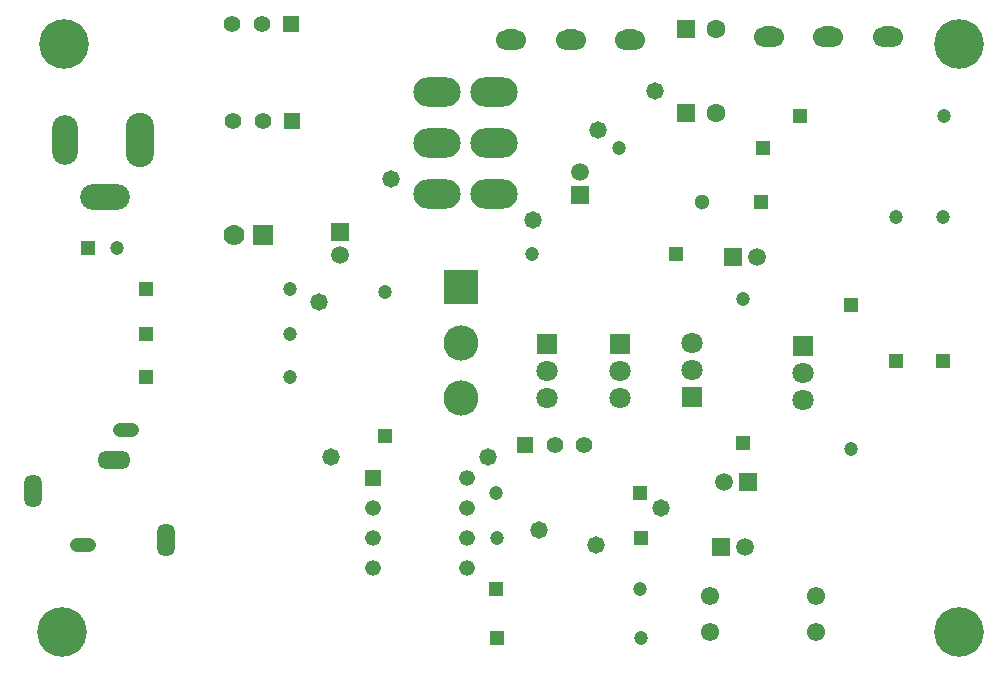
<source format=gbs>
G04*
G04 #@! TF.GenerationSoftware,Altium Limited,Altium Designer,24.1.2 (44)*
G04*
G04 Layer_Color=16711935*
%FSLAX44Y44*%
%MOMM*%
G71*
G04*
G04 #@! TF.SameCoordinates,E9BD1FF1-B1AA-42C1-8D7E-3D4E88507192*
G04*
G04*
G04 #@! TF.FilePolarity,Negative*
G04*
G01*
G75*
%ADD17R,1.8032X1.8032*%
%ADD18C,1.8032*%
%ADD19R,1.2000X1.2000*%
%ADD20C,1.2000*%
%ADD21R,1.2000X1.2000*%
%ADD22R,1.3332X1.3332*%
%ADD23C,1.3332*%
G04:AMPARAMS|DCode=24|XSize=2.4892mm|YSize=4.0132mm|CornerRadius=1.2446mm|HoleSize=0mm|Usage=FLASHONLY|Rotation=270.000|XOffset=0mm|YOffset=0mm|HoleType=Round|Shape=RoundedRectangle|*
%AMROUNDEDRECTD24*
21,1,2.4892,1.5240,0,0,270.0*
21,1,0.0000,4.0132,0,0,270.0*
1,1,2.4892,-0.7620,0.0000*
1,1,2.4892,-0.7620,0.0000*
1,1,2.4892,0.7620,0.0000*
1,1,2.4892,0.7620,0.0000*
%
%ADD24ROUNDEDRECTD24*%
%ADD25R,1.4000X1.4000*%
%ADD26C,1.4000*%
%ADD27R,2.9782X2.9782*%
%ADD28C,2.9782*%
%ADD29C,1.6032*%
%ADD30R,1.6032X1.6032*%
%ADD31C,1.5532*%
%ADD32R,1.5032X1.5032*%
%ADD33C,1.5032*%
%ADD34C,1.3000*%
%ADD35R,1.3000X1.3000*%
%ADD36R,1.5032X1.5032*%
G04:AMPARAMS|DCode=37|XSize=1.778mm|YSize=2.54mm|CornerRadius=0.889mm|HoleSize=0mm|Usage=FLASHONLY|Rotation=270.000|XOffset=0mm|YOffset=0mm|HoleType=Round|Shape=RoundedRectangle|*
%AMROUNDEDRECTD37*
21,1,1.7780,0.7620,0,0,270.0*
21,1,0.0000,2.5400,0,0,270.0*
1,1,1.7780,-0.3810,0.0000*
1,1,1.7780,-0.3810,0.0000*
1,1,1.7780,0.3810,0.0000*
1,1,1.7780,0.3810,0.0000*
%
%ADD37ROUNDEDRECTD37*%
%ADD38O,1.5112X2.8192*%
%ADD39O,2.2192X1.2112*%
%ADD40O,2.8192X1.5112*%
%ADD41R,1.7782X1.7782*%
%ADD42C,1.7782*%
%ADD43O,2.4032X4.6032*%
%ADD44O,4.2032X2.2032*%
%ADD45O,2.2032X4.2032*%
%ADD46C,4.2032*%
%ADD47C,1.4732*%
D17*
X716280Y1654850D02*
D03*
X778510Y1654890D02*
D03*
X839470Y1610320D02*
D03*
X933450Y1653580D02*
D03*
D18*
X716280Y1631950D02*
D03*
Y1609050D02*
D03*
X778510Y1631990D02*
D03*
Y1609090D02*
D03*
X839470Y1633220D02*
D03*
Y1656120D02*
D03*
X933450Y1607780D02*
D03*
Y1630680D02*
D03*
D19*
X882650Y1571110D02*
D03*
X1051560Y1640900D02*
D03*
X579120Y1577340D02*
D03*
X1012190Y1640960D02*
D03*
X974090Y1687770D02*
D03*
D20*
X882650Y1692910D02*
D03*
X703700Y1731010D02*
D03*
X777300Y1821180D02*
D03*
X499050Y1701800D02*
D03*
Y1626870D02*
D03*
Y1663700D02*
D03*
X1052770Y1847850D02*
D03*
X1051560Y1762700D02*
D03*
X579120Y1699140D02*
D03*
X1012190Y1762760D02*
D03*
X974090Y1565970D02*
D03*
X674430Y1490980D02*
D03*
X673160Y1529080D02*
D03*
X795020Y1447800D02*
D03*
X796290Y1405890D02*
D03*
X352860Y1736090D02*
D03*
D21*
X825500Y1731010D02*
D03*
X899100Y1821180D02*
D03*
X377250Y1701800D02*
D03*
Y1626870D02*
D03*
Y1663700D02*
D03*
X930970Y1847850D02*
D03*
X796230Y1490980D02*
D03*
X794960Y1529080D02*
D03*
X673220Y1447800D02*
D03*
X674490Y1405890D02*
D03*
X327860Y1736090D02*
D03*
D22*
X569570Y1541780D02*
D03*
D23*
Y1516380D02*
D03*
Y1490980D02*
D03*
Y1465580D02*
D03*
X648970D02*
D03*
Y1490980D02*
D03*
Y1516380D02*
D03*
Y1541780D02*
D03*
D24*
X623570Y1868170D02*
D03*
X671830D02*
D03*
Y1824990D02*
D03*
Y1781810D02*
D03*
X623570Y1824990D02*
D03*
Y1781810D02*
D03*
D25*
X698030Y1569720D02*
D03*
X500850Y1844040D02*
D03*
X499980Y1925490D02*
D03*
D26*
X723030Y1569720D02*
D03*
X748030D02*
D03*
X450850Y1844040D02*
D03*
X475850D02*
D03*
X449980Y1925490D02*
D03*
X474980D02*
D03*
D27*
X643890Y1703080D02*
D03*
D28*
Y1656080D02*
D03*
Y1609080D02*
D03*
D29*
X859790Y1850390D02*
D03*
Y1921510D02*
D03*
D30*
X834390Y1850390D02*
D03*
Y1921510D02*
D03*
D31*
X944160Y1410970D02*
D03*
X854160D02*
D03*
Y1441450D02*
D03*
X944160D02*
D03*
D32*
X541020Y1749900D02*
D03*
X744190Y1780690D02*
D03*
D33*
X541020Y1729900D02*
D03*
X744190Y1800690D02*
D03*
X894080Y1728470D02*
D03*
X866460Y1537970D02*
D03*
X883760Y1483360D02*
D03*
D34*
X847490Y1775460D02*
D03*
D35*
X897490D02*
D03*
D36*
X874080Y1728470D02*
D03*
X886460Y1537970D02*
D03*
X863760Y1483360D02*
D03*
D37*
X786892Y1912620D02*
D03*
X686308D02*
D03*
X736600D02*
D03*
X1004824Y1915160D02*
D03*
X904240D02*
D03*
X954532D02*
D03*
D38*
X281280Y1530350D02*
D03*
X394280Y1489350D02*
D03*
D39*
X360280Y1582350D02*
D03*
X323280Y1484350D02*
D03*
D40*
X350280Y1556350D02*
D03*
D41*
X476250Y1747520D02*
D03*
D42*
X451250D02*
D03*
D43*
X371610Y1827530D02*
D03*
D44*
X342610Y1779530D02*
D03*
D45*
X308610Y1827530D02*
D03*
D46*
X1065530Y1908810D02*
D03*
Y1410970D02*
D03*
X306070D02*
D03*
X307340Y1908810D02*
D03*
D47*
X812800Y1516380D02*
D03*
X807720Y1869440D02*
D03*
X709930Y1497330D02*
D03*
X758190Y1484630D02*
D03*
X666750Y1559560D02*
D03*
X533400D02*
D03*
X523240Y1690370D02*
D03*
X759460Y1836420D02*
D03*
X704850Y1760220D02*
D03*
X584200Y1794510D02*
D03*
M02*

</source>
